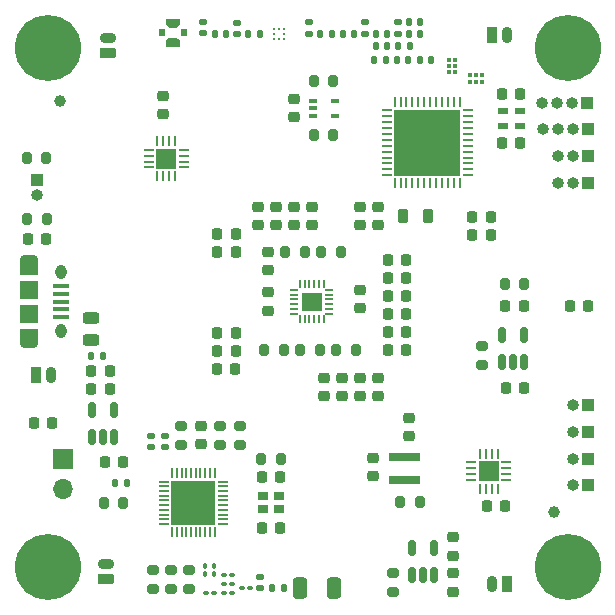
<source format=gbs>
G04 #@! TF.GenerationSoftware,KiCad,Pcbnew,8.0.0*
G04 #@! TF.CreationDate,2024-03-25T13:12:06-04:00*
G04 #@! TF.ProjectId,_Sub_HW_Qcopter,5f537562-5f48-4575-9f51-636f70746572,rev?*
G04 #@! TF.SameCoordinates,PX9157080PYf23bb80*
G04 #@! TF.FileFunction,Soldermask,Bot*
G04 #@! TF.FilePolarity,Negative*
%FSLAX46Y46*%
G04 Gerber Fmt 4.6, Leading zero omitted, Abs format (unit mm)*
G04 Created by KiCad (PCBNEW 8.0.0) date 2024-03-25 13:12:06*
%MOMM*%
%LPD*%
G01*
G04 APERTURE LIST*
G04 Aperture macros list*
%AMRoundRect*
0 Rectangle with rounded corners*
0 $1 Rounding radius*
0 $2 $3 $4 $5 $6 $7 $8 $9 X,Y pos of 4 corners*
0 Add a 4 corners polygon primitive as box body*
4,1,4,$2,$3,$4,$5,$6,$7,$8,$9,$2,$3,0*
0 Add four circle primitives for the rounded corners*
1,1,$1+$1,$2,$3*
1,1,$1+$1,$4,$5*
1,1,$1+$1,$6,$7*
1,1,$1+$1,$8,$9*
0 Add four rect primitives between the rounded corners*
20,1,$1+$1,$2,$3,$4,$5,0*
20,1,$1+$1,$4,$5,$6,$7,0*
20,1,$1+$1,$6,$7,$8,$9,0*
20,1,$1+$1,$8,$9,$2,$3,0*%
%AMFreePoly0*
4,1,14,0.363284,0.088284,0.375000,0.060000,0.375000,0.036569,0.363284,0.008285,0.266715,-0.088284,0.238431,-0.100000,-0.335000,-0.100000,-0.363284,-0.088284,-0.375000,-0.060000,-0.375000,0.060000,-0.363284,0.088284,-0.335000,0.100000,0.335000,0.100000,0.363284,0.088284,0.363284,0.088284,$1*%
%AMFreePoly1*
4,1,14,0.266715,0.088284,0.363284,-0.008285,0.375000,-0.036569,0.375000,-0.060000,0.363284,-0.088284,0.335000,-0.100000,-0.335000,-0.100000,-0.363284,-0.088284,-0.375000,-0.060000,-0.375000,0.060000,-0.363284,0.088284,-0.335000,0.100000,0.238431,0.100000,0.266715,0.088284,0.266715,0.088284,$1*%
%AMFreePoly2*
4,1,14,0.088284,0.363284,0.100000,0.335000,0.100000,-0.335000,0.088284,-0.363284,0.060000,-0.375000,0.036569,-0.375000,0.008285,-0.363284,-0.088284,-0.266715,-0.100000,-0.238431,-0.100000,0.335000,-0.088284,0.363284,-0.060000,0.375000,0.060000,0.375000,0.088284,0.363284,0.088284,0.363284,$1*%
%AMFreePoly3*
4,1,14,0.088284,0.363284,0.100000,0.335000,0.100000,-0.238431,0.088284,-0.266715,-0.008285,-0.363284,-0.036569,-0.375000,-0.060000,-0.375000,-0.088284,-0.363284,-0.100000,-0.335000,-0.100000,0.335000,-0.088284,0.363284,-0.060000,0.375000,0.060000,0.375000,0.088284,0.363284,0.088284,0.363284,$1*%
%AMFreePoly4*
4,1,14,0.363284,0.088284,0.375000,0.060000,0.375000,-0.060000,0.363284,-0.088284,0.335000,-0.100000,-0.335000,-0.100000,-0.363284,-0.088284,-0.375000,-0.060000,-0.375000,-0.036569,-0.363284,-0.008285,-0.266715,0.088284,-0.238431,0.100000,0.335000,0.100000,0.363284,0.088284,0.363284,0.088284,$1*%
%AMFreePoly5*
4,1,14,0.363284,0.088284,0.375000,0.060000,0.375000,-0.060000,0.363284,-0.088284,0.335000,-0.100000,-0.238431,-0.100000,-0.266715,-0.088284,-0.363284,0.008285,-0.375000,0.036569,-0.375000,0.060000,-0.363284,0.088284,-0.335000,0.100000,0.335000,0.100000,0.363284,0.088284,0.363284,0.088284,$1*%
%AMFreePoly6*
4,1,14,-0.008285,0.363284,0.088284,0.266715,0.100000,0.238431,0.100000,-0.335000,0.088284,-0.363284,0.060000,-0.375000,-0.060000,-0.375000,-0.088284,-0.363284,-0.100000,-0.335000,-0.100000,0.335000,-0.088284,0.363284,-0.060000,0.375000,-0.036569,0.375000,-0.008285,0.363284,-0.008285,0.363284,$1*%
%AMFreePoly7*
4,1,14,0.088284,0.363284,0.100000,0.335000,0.100000,-0.335000,0.088284,-0.363284,0.060000,-0.375000,-0.060000,-0.375000,-0.088284,-0.363284,-0.100000,-0.335000,-0.100000,0.238431,-0.088284,0.266715,0.008285,0.363284,0.036569,0.375000,0.060000,0.375000,0.088284,0.363284,0.088284,0.363284,$1*%
G04 Aperture macros list end*
%ADD10C,0.010000*%
%ADD11R,1.000000X1.000000*%
%ADD12O,1.000000X1.000000*%
%ADD13C,3.600000*%
%ADD14C,5.600000*%
%ADD15RoundRect,0.200000X0.275000X-0.200000X0.275000X0.200000X-0.275000X0.200000X-0.275000X-0.200000X0*%
%ADD16RoundRect,0.225000X0.250000X-0.225000X0.250000X0.225000X-0.250000X0.225000X-0.250000X-0.225000X0*%
%ADD17RoundRect,0.225000X0.225000X0.250000X-0.225000X0.250000X-0.225000X-0.250000X0.225000X-0.250000X0*%
%ADD18RoundRect,0.225000X-0.225000X-0.250000X0.225000X-0.250000X0.225000X0.250000X-0.225000X0.250000X0*%
%ADD19RoundRect,0.225000X-0.225000X-0.475000X0.225000X-0.475000X0.225000X0.475000X-0.225000X0.475000X0*%
%ADD20O,0.900000X1.400000*%
%ADD21RoundRect,0.147500X0.147500X0.172500X-0.147500X0.172500X-0.147500X-0.172500X0.147500X-0.172500X0*%
%ADD22RoundRect,0.225000X0.225000X0.475000X-0.225000X0.475000X-0.225000X-0.475000X0.225000X-0.475000X0*%
%ADD23RoundRect,0.225000X0.475000X-0.225000X0.475000X0.225000X-0.475000X0.225000X-0.475000X-0.225000X0*%
%ADD24O,1.400000X0.900000*%
%ADD25RoundRect,0.100000X-0.225000X-0.100000X0.225000X-0.100000X0.225000X0.100000X-0.225000X0.100000X0*%
%ADD26RoundRect,0.140000X0.170000X-0.140000X0.170000X0.140000X-0.170000X0.140000X-0.170000X-0.140000X0*%
%ADD27RoundRect,0.024800X0.130200X-0.165200X0.130200X0.165200X-0.130200X0.165200X-0.130200X-0.165200X0*%
%ADD28C,1.000000*%
%ADD29RoundRect,0.200000X0.200000X0.275000X-0.200000X0.275000X-0.200000X-0.275000X0.200000X-0.275000X0*%
%ADD30RoundRect,0.062500X-0.325000X-0.062500X0.325000X-0.062500X0.325000X0.062500X-0.325000X0.062500X0*%
%ADD31RoundRect,0.062500X-0.062500X-0.325000X0.062500X-0.325000X0.062500X0.325000X-0.062500X0.325000X0*%
%ADD32R,1.750000X1.750000*%
%ADD33RoundRect,0.062500X0.325000X0.062500X-0.325000X0.062500X-0.325000X-0.062500X0.325000X-0.062500X0*%
%ADD34RoundRect,0.062500X0.062500X0.325000X-0.062500X0.325000X-0.062500X-0.325000X0.062500X-0.325000X0*%
%ADD35RoundRect,0.218750X-0.218750X-0.381250X0.218750X-0.381250X0.218750X0.381250X-0.218750X0.381250X0*%
%ADD36RoundRect,0.147500X-0.147500X-0.172500X0.147500X-0.172500X0.147500X0.172500X-0.147500X0.172500X0*%
%ADD37RoundRect,0.225000X-0.250000X0.225000X-0.250000X-0.225000X0.250000X-0.225000X0.250000X0.225000X0*%
%ADD38RoundRect,0.140000X-0.140000X-0.170000X0.140000X-0.170000X0.140000X0.170000X-0.140000X0.170000X0*%
%ADD39RoundRect,0.243750X-0.456250X0.243750X-0.456250X-0.243750X0.456250X-0.243750X0.456250X0.243750X0*%
%ADD40RoundRect,0.140000X0.140000X0.170000X-0.140000X0.170000X-0.140000X-0.170000X0.140000X-0.170000X0*%
%ADD41RoundRect,0.039240X-0.287760X0.307760X-0.287760X-0.307760X0.287760X-0.307760X0.287760X0.307760X0*%
%ADD42RoundRect,0.062500X-0.375000X-0.062500X0.375000X-0.062500X0.375000X0.062500X-0.375000X0.062500X0*%
%ADD43RoundRect,0.062500X-0.062500X-0.375000X0.062500X-0.375000X0.062500X0.375000X-0.062500X0.375000X0*%
%ADD44R,5.600000X5.600000*%
%ADD45RoundRect,0.200000X-0.200000X-0.275000X0.200000X-0.275000X0.200000X0.275000X-0.200000X0.275000X0*%
%ADD46RoundRect,0.100000X-0.130000X-0.100000X0.130000X-0.100000X0.130000X0.100000X-0.130000X0.100000X0*%
%ADD47R,0.900000X0.800000*%
%ADD48RoundRect,0.150000X0.150000X-0.512500X0.150000X0.512500X-0.150000X0.512500X-0.150000X-0.512500X0*%
%ADD49RoundRect,0.050000X0.050000X-0.337500X0.050000X0.337500X-0.050000X0.337500X-0.050000X-0.337500X0*%
%ADD50RoundRect,0.050000X0.337500X-0.050000X0.337500X0.050000X-0.337500X0.050000X-0.337500X-0.050000X0*%
%ADD51R,3.800000X3.800000*%
%ADD52RoundRect,0.147500X0.172500X-0.147500X0.172500X0.147500X-0.172500X0.147500X-0.172500X-0.147500X0*%
%ADD53RoundRect,0.250000X-0.350000X-0.650000X0.350000X-0.650000X0.350000X0.650000X-0.350000X0.650000X0*%
%ADD54RoundRect,0.147500X-0.172500X0.147500X-0.172500X-0.147500X0.172500X-0.147500X0.172500X0.147500X0*%
%ADD55FreePoly0,0.000000*%
%ADD56RoundRect,0.050000X-0.325000X-0.050000X0.325000X-0.050000X0.325000X0.050000X-0.325000X0.050000X0*%
%ADD57FreePoly1,0.000000*%
%ADD58FreePoly2,0.000000*%
%ADD59RoundRect,0.050000X-0.050000X-0.325000X0.050000X-0.325000X0.050000X0.325000X-0.050000X0.325000X0*%
%ADD60FreePoly3,0.000000*%
%ADD61FreePoly4,0.000000*%
%ADD62FreePoly5,0.000000*%
%ADD63FreePoly6,0.000000*%
%ADD64FreePoly7,0.000000*%
%ADD65R,1.750000X1.600000*%
%ADD66RoundRect,0.100000X0.130000X0.100000X-0.130000X0.100000X-0.130000X-0.100000X0.130000X-0.100000X0*%
%ADD67RoundRect,0.100000X0.100000X-0.130000X0.100000X0.130000X-0.100000X0.130000X-0.100000X-0.130000X0*%
%ADD68RoundRect,0.200000X-0.275000X0.200000X-0.275000X-0.200000X0.275000X-0.200000X0.275000X0.200000X0*%
%ADD69R,1.350000X0.400000*%
%ADD70O,1.550000X0.890000*%
%ADD71R,1.550000X1.200000*%
%ADD72O,0.950000X1.250000*%
%ADD73R,1.550000X1.500000*%
%ADD74RoundRect,0.100000X-0.100000X0.130000X-0.100000X-0.130000X0.100000X-0.130000X0.100000X0.130000X0*%
%ADD75R,1.700000X1.700000*%
%ADD76O,1.700000X1.700000*%
%ADD77RoundRect,0.135000X0.135000X0.185000X-0.135000X0.185000X-0.135000X-0.185000X0.135000X-0.185000X0*%
%ADD78RoundRect,0.024800X0.165200X0.130200X-0.165200X0.130200X-0.165200X-0.130200X0.165200X-0.130200X0*%
%ADD79R,0.863600X0.609600*%
%ADD80R,0.254000X0.254000*%
G04 APERTURE END LIST*
D10*
X12862000Y48086200D02*
X12462000Y48086200D01*
X12462000Y48586200D01*
X12862000Y48586200D01*
X12862000Y48086200D01*
G36*
X12862000Y48086200D02*
G01*
X12462000Y48086200D01*
X12462000Y48586200D01*
X12862000Y48586200D01*
X12862000Y48086200D01*
G37*
X14762000Y48086200D02*
X14362000Y48086200D01*
X14362000Y48586200D01*
X14762000Y48586200D01*
X14762000Y48086200D01*
G36*
X14762000Y48086200D02*
G01*
X14362000Y48086200D01*
X14362000Y48586200D01*
X14762000Y48586200D01*
X14762000Y48086200D01*
G37*
X14162000Y49016200D02*
X13932000Y48786200D01*
X13292000Y48786200D01*
X13062000Y49016200D01*
X13062000Y49486200D01*
X14162000Y49486200D01*
X14162000Y49016200D01*
G36*
X14162000Y49016200D02*
G01*
X13932000Y48786200D01*
X13292000Y48786200D01*
X13062000Y49016200D01*
X13062000Y49486200D01*
X14162000Y49486200D01*
X14162000Y49016200D01*
G37*
X14162000Y47656200D02*
X14162000Y47186200D01*
X13062000Y47186200D01*
X13062000Y47656200D01*
X13292000Y47886200D01*
X13932000Y47886200D01*
X14162000Y47656200D01*
G36*
X14162000Y47656200D02*
G01*
X14162000Y47186200D01*
X13062000Y47186200D01*
X13062000Y47656200D01*
X13292000Y47886200D01*
X13932000Y47886200D01*
X14162000Y47656200D01*
G37*
D11*
X48783000Y16764000D03*
D12*
X47512999Y16764000D03*
D13*
X47066200Y3048000D03*
D14*
X47066200Y3048000D03*
D11*
X48783000Y10033000D03*
D12*
X47512999Y10033000D03*
D11*
X48773001Y35560000D03*
D12*
X47503000Y35560000D03*
X46233001Y35560000D03*
D13*
X47066200Y47040800D03*
D14*
X47066200Y47040800D03*
D11*
X48783000Y14478000D03*
D12*
X47512999Y14478000D03*
D11*
X48742600Y42341800D03*
D12*
X47472599Y42341800D03*
X46202600Y42341800D03*
X44932600Y42341800D03*
D13*
X3048000Y47040800D03*
D14*
X3048000Y47040800D03*
D11*
X48783000Y12192000D03*
D12*
X47512999Y12192000D03*
D11*
X48763000Y40132000D03*
D12*
X47492999Y40132000D03*
X46223000Y40132000D03*
X44953000Y40132000D03*
D11*
X48768001Y37846000D03*
D12*
X47498000Y37846000D03*
X46228001Y37846000D03*
D13*
X3048000Y3048000D03*
D14*
X3048000Y3048000D03*
D15*
X14351000Y13399000D03*
X14351000Y15049000D03*
X17653000Y13399000D03*
X17653000Y15049000D03*
D16*
X30988000Y31991000D03*
X30988000Y33541000D03*
D17*
X18949000Y31242000D03*
X17399000Y31242000D03*
D18*
X47256400Y25146000D03*
X48806400Y25146000D03*
D16*
X23876000Y41135000D03*
X23876000Y42685000D03*
D19*
X40660001Y48133000D03*
D20*
X41910000Y48133000D03*
D21*
X31775200Y47193200D03*
X30805200Y47193200D03*
D22*
X41900000Y1659000D03*
D20*
X40650001Y1659000D03*
D23*
X8009000Y2042000D03*
D24*
X8009000Y3292000D03*
D25*
X25466000Y41260000D03*
X25466001Y41910000D03*
X25466000Y42560000D03*
X27366000Y42560000D03*
X27366000Y41260000D03*
D21*
X9733000Y10160000D03*
X8763000Y10160000D03*
X18138000Y48227468D03*
X17168000Y48227468D03*
D26*
X29893200Y48237200D03*
X29893200Y49197200D03*
D27*
X39793800Y44170599D03*
X39293800Y44170600D03*
X38793800Y44170599D03*
X38793800Y44700600D03*
X39293800Y44700599D03*
X39793800Y44700600D03*
D28*
X45948600Y7696200D03*
D29*
X29146000Y21463000D03*
X27496000Y21463000D03*
D26*
X16219116Y48255468D03*
X16219116Y49215468D03*
D18*
X31864000Y26035000D03*
X33414000Y26035000D03*
D17*
X43345001Y25146000D03*
X41795001Y25146000D03*
X9461800Y11938000D03*
X7911800Y11938000D03*
D29*
X24828000Y29718000D03*
X23178000Y29718000D03*
D30*
X38923500Y10426000D03*
X38923500Y10926000D03*
X38923500Y11426000D03*
X38923500Y11926000D03*
D31*
X39636000Y12638500D03*
X40136000Y12638500D03*
X40636000Y12638500D03*
X41136000Y12638500D03*
D30*
X41848500Y11926000D03*
X41848500Y11426000D03*
X41848500Y10926000D03*
X41848500Y10426000D03*
D31*
X41136000Y9713500D03*
X40636000Y9713500D03*
X40136000Y9713500D03*
X39636000Y9713500D03*
D32*
X40386000Y11176000D03*
D15*
X13462000Y1207000D03*
X13462000Y2857000D03*
D33*
X14547500Y38403500D03*
X14547500Y37903500D03*
X14547500Y37403500D03*
X14547500Y36903500D03*
D34*
X13835000Y36191000D03*
X13335000Y36191000D03*
X12835000Y36191000D03*
X12335000Y36191000D03*
D33*
X11622500Y36903500D03*
X11622500Y37403500D03*
X11622500Y37903500D03*
X11622500Y38403500D03*
D34*
X12335000Y39116000D03*
X12835000Y39116000D03*
X13335000Y39116000D03*
X13835000Y39116000D03*
D32*
X13085000Y37653500D03*
D35*
X33100500Y32766000D03*
X35225500Y32766000D03*
D36*
X32591000Y45974000D03*
X33561000Y45974000D03*
D29*
X34551000Y8590000D03*
X32901000Y8590000D03*
D17*
X2934000Y30861000D03*
X1384000Y30861000D03*
D37*
X21717000Y26327400D03*
X21717000Y24777400D03*
D26*
X19100800Y48211800D03*
X19100800Y49171800D03*
D38*
X34572000Y45974000D03*
X35532000Y45974000D03*
D17*
X18949000Y29718000D03*
X17399000Y29718000D03*
D16*
X25400000Y31991000D03*
X25400000Y33541000D03*
D18*
X31851000Y22987000D03*
X33401000Y22987000D03*
D37*
X29464000Y26556000D03*
X29464000Y25006000D03*
D36*
X6731000Y20955000D03*
X7701000Y20955000D03*
D29*
X27241000Y44196000D03*
X25591000Y44196000D03*
D18*
X40246000Y8255000D03*
X41796000Y8255000D03*
D26*
X25194200Y48237200D03*
X25194200Y49197200D03*
D23*
X8136000Y46619000D03*
D24*
X8136000Y47869000D03*
D37*
X26416000Y19063000D03*
X26416000Y17513000D03*
D18*
X31851000Y24511000D03*
X33401000Y24511000D03*
D16*
X20888000Y32004000D03*
X20888000Y33554000D03*
D39*
X6731000Y24178501D03*
X6731000Y22303499D03*
D40*
X31770200Y48209200D03*
X30810200Y48209200D03*
X34566800Y49174400D03*
X33606800Y49174400D03*
X28976200Y48209200D03*
X28016200Y48209200D03*
D41*
X32298999Y10460000D03*
X32949000Y10460000D03*
X33599000Y10460000D03*
X34249001Y10460000D03*
X34249001Y12400000D03*
X33599000Y12400000D03*
X32949000Y12400000D03*
X32298999Y12400000D03*
D42*
X31734000Y36239000D03*
X31734000Y36739000D03*
X31734000Y37239001D03*
X31734000Y37739000D03*
X31734000Y38238999D03*
X31734000Y38739000D03*
X31734000Y39239000D03*
X31734000Y39739001D03*
X31734000Y40239000D03*
X31734000Y40738999D03*
X31734000Y41239000D03*
X31734000Y41739000D03*
D43*
X32421500Y42426500D03*
X32921500Y42426500D03*
X33421501Y42426500D03*
X33921500Y42426500D03*
X34421499Y42426500D03*
X34921500Y42426500D03*
X35421500Y42426500D03*
X35921501Y42426500D03*
X36421500Y42426500D03*
X36921499Y42426500D03*
X37421500Y42426500D03*
X37921500Y42426500D03*
D42*
X38609000Y41739000D03*
X38609000Y41239000D03*
X38609000Y40738999D03*
X38609000Y40239000D03*
X38609000Y39739001D03*
X38609000Y39239000D03*
X38609000Y38739000D03*
X38609000Y38238999D03*
X38609000Y37739000D03*
X38609000Y37239001D03*
X38609000Y36739000D03*
X38609000Y36239000D03*
D43*
X37921500Y35551500D03*
X37421500Y35551500D03*
X36921499Y35551500D03*
X36421500Y35551500D03*
X35921501Y35551500D03*
X35421500Y35551500D03*
X34921500Y35551500D03*
X34421499Y35551500D03*
X33921500Y35551500D03*
X33421501Y35551500D03*
X32921500Y35551500D03*
X32421500Y35551500D03*
D44*
X35171500Y38989000D03*
D45*
X1334000Y32512000D03*
X2984000Y32512000D03*
D18*
X41516000Y38989000D03*
X43066000Y38989000D03*
D17*
X18949000Y22860000D03*
X17399000Y22860000D03*
D46*
X16444000Y889000D03*
X17084000Y889000D03*
D21*
X27076200Y48209200D03*
X26106200Y48209200D03*
D16*
X12827000Y41389000D03*
X12827000Y42939000D03*
D17*
X18949000Y21336000D03*
X17399000Y21336000D03*
D15*
X14986000Y1207000D03*
X14986000Y2857000D03*
D18*
X31851000Y21463000D03*
X33401000Y21463000D03*
D47*
X22671000Y7959000D03*
X21271000Y7959000D03*
X21271000Y9059000D03*
X22671000Y9059000D03*
D15*
X39817000Y20135500D03*
X39817000Y21785500D03*
D18*
X31864000Y29083000D03*
X33414000Y29083000D03*
D46*
X17968000Y2413000D03*
X18608000Y2413000D03*
D48*
X35747999Y2418500D03*
X34798000Y2418500D03*
X33848001Y2418500D03*
X33848001Y4693500D03*
X35747999Y4693500D03*
D49*
X17174000Y6014500D03*
X16774000Y6014500D03*
X16374000Y6014500D03*
X15974000Y6014500D03*
X15574000Y6014500D03*
X15174000Y6014500D03*
X14774000Y6014500D03*
X14374000Y6014500D03*
X13974000Y6014500D03*
X13574000Y6014500D03*
D50*
X12886500Y6702001D03*
X12886500Y7102000D03*
X12886500Y7502000D03*
X12886500Y7902000D03*
X12886501Y8302000D03*
X12886500Y8702000D03*
X12886500Y9102000D03*
X12886500Y9502001D03*
X12886500Y9902000D03*
X12886500Y10302000D03*
D49*
X13574000Y10989500D03*
X13974000Y10989500D03*
X14373999Y10989500D03*
X14774000Y10989500D03*
X15174000Y10989500D03*
X15574000Y10989499D03*
X15974000Y10989500D03*
X16374000Y10989500D03*
X16774000Y10989500D03*
X17173999Y10989500D03*
D50*
X17861500Y10302000D03*
X17861500Y9902000D03*
X17861500Y9502000D03*
X17861500Y9102000D03*
X17861500Y8702000D03*
X17861500Y8302000D03*
X17861500Y7902000D03*
X17861500Y7502000D03*
X17861500Y7102000D03*
X17861500Y6702000D03*
D51*
X15374000Y8502000D03*
D18*
X39001400Y32740600D03*
X40551400Y32740600D03*
D52*
X12954000Y13231000D03*
X12954000Y14201000D03*
D53*
X24407200Y1275077D03*
X27307200Y1275077D03*
D29*
X26098000Y21463000D03*
X24448000Y21463000D03*
D17*
X18936000Y19812000D03*
X17386000Y19812000D03*
D40*
X21000768Y48211800D03*
X20040768Y48211800D03*
D48*
X8671371Y14102500D03*
X7721372Y14102500D03*
X6771373Y14102500D03*
X6771373Y16377500D03*
X8671371Y16377500D03*
D16*
X22352000Y32004000D03*
X22352000Y33554000D03*
D17*
X3442000Y15240000D03*
X1892000Y15240000D03*
D28*
X4089400Y42519600D03*
D40*
X31651000Y45974000D03*
X30691000Y45974000D03*
D18*
X21196000Y10668000D03*
X22746000Y10668000D03*
D45*
X21400000Y21463000D03*
X23050000Y21463000D03*
D18*
X31864000Y27559000D03*
X33414000Y27559000D03*
D45*
X7811000Y8509000D03*
X9461000Y8509000D03*
D37*
X29464000Y19076000D03*
X29464000Y17526000D03*
D11*
X2159000Y35829001D03*
D12*
X2159000Y34559000D03*
D54*
X11811000Y14201000D03*
X11811000Y13231000D03*
D55*
X23900000Y24527000D03*
D56*
X23900000Y24927000D03*
X23900000Y25327000D03*
X23900000Y25727000D03*
X23900000Y26127000D03*
D57*
X23900000Y26527000D03*
D58*
X24400000Y27027000D03*
D59*
X24800000Y27027000D03*
X25200000Y27027000D03*
X25600000Y27027000D03*
X26000000Y27027000D03*
D60*
X26400000Y27027000D03*
D61*
X26900000Y26527000D03*
D56*
X26900000Y26127000D03*
X26900000Y25727000D03*
X26900000Y25327000D03*
X26900000Y24927000D03*
D62*
X26900000Y24527000D03*
D63*
X26400000Y24027000D03*
D59*
X26000000Y24027000D03*
X25600000Y24027000D03*
X25200000Y24027000D03*
X24800000Y24027000D03*
D64*
X24400000Y24027000D03*
D65*
X25400000Y25527000D03*
D66*
X18608000Y889000D03*
X17968000Y889000D03*
D29*
X27241000Y39624000D03*
X25591000Y39624000D03*
D16*
X16002000Y13449000D03*
X16002000Y14999000D03*
D29*
X43395001Y27000200D03*
X41745001Y27000200D03*
D67*
X16383000Y2474000D03*
X16383000Y3114000D03*
D37*
X30988000Y19076000D03*
X30988000Y17526000D03*
D16*
X29464000Y31991000D03*
X29464000Y33541000D03*
D19*
X2042000Y19296000D03*
D20*
X3291999Y19296000D03*
D37*
X30551000Y12286000D03*
X30551000Y10736000D03*
D15*
X19304000Y13399000D03*
X19304000Y15049000D03*
D68*
X32258000Y2603000D03*
X32258000Y953000D03*
D69*
X4194000Y24227000D03*
X4194000Y24877000D03*
X4193999Y25527000D03*
X4194000Y26177000D03*
X4194000Y26827000D03*
D70*
X1494000Y22027000D03*
D71*
X1494000Y22627000D03*
D72*
X4194000Y23027001D03*
D73*
X1494000Y24527000D03*
X1494000Y26527000D03*
D72*
X4194000Y28026999D03*
D71*
X1494000Y28427000D03*
D70*
X1494000Y29027000D03*
D29*
X2933200Y37719000D03*
X1283200Y37719000D03*
D15*
X11938000Y1207000D03*
X11938000Y2857000D03*
D21*
X23014800Y1270000D03*
X22044800Y1270000D03*
D16*
X23876000Y31991000D03*
X23876000Y33541000D03*
D17*
X43066000Y43129200D03*
X41516000Y43129200D03*
D46*
X17968000Y1651000D03*
X18608000Y1651000D03*
D29*
X22796000Y12192000D03*
X21146000Y12192000D03*
D74*
X17145000Y3114000D03*
X17145000Y2474000D03*
D75*
X4375000Y12197000D03*
D76*
X4375000Y9657000D03*
D77*
X33733200Y47193200D03*
X32713200Y47193200D03*
D21*
X34571800Y48209200D03*
X33601800Y48209200D03*
D29*
X27876000Y29718000D03*
X26226000Y29718000D03*
D78*
X37566601Y45991400D03*
X37566600Y45491400D03*
X37566601Y44991400D03*
X37036600Y44991400D03*
X37036601Y45491400D03*
X37036600Y45991400D03*
D37*
X27940000Y19063000D03*
X27940000Y17513000D03*
D46*
X19492000Y1270000D03*
X20132000Y1270000D03*
D16*
X33599000Y14165000D03*
X33599000Y15715000D03*
D79*
X43014901Y41721400D03*
X43014901Y40371400D03*
X41567099Y40371400D03*
X41567099Y41721400D03*
D16*
X21717000Y28181000D03*
X21717000Y29731000D03*
D26*
X32664200Y48237200D03*
X32664200Y49197200D03*
D80*
X23025100Y48609199D03*
X23025100Y48209200D03*
X23025100Y47809201D03*
X22631400Y47815500D03*
X22237700Y47809201D03*
X22237700Y48209200D03*
X22237700Y48609199D03*
X22631400Y48602900D03*
D52*
X21056600Y1267600D03*
X21056600Y2237600D03*
D37*
X37338000Y2527600D03*
X37338000Y977600D03*
D18*
X21196000Y6350000D03*
X22746000Y6350000D03*
D17*
X43386000Y18237200D03*
X41836000Y18237200D03*
D37*
X37338000Y5575600D03*
X37338000Y4025600D03*
D48*
X43367999Y20452500D03*
X42418000Y20452500D03*
X41468001Y20452500D03*
X41468001Y22727500D03*
X43367999Y22727500D03*
D18*
X39001400Y31216600D03*
X40551400Y31216600D03*
X6731000Y18161000D03*
X8281000Y18161000D03*
X6731000Y19685000D03*
X8281000Y19685000D03*
M02*

</source>
